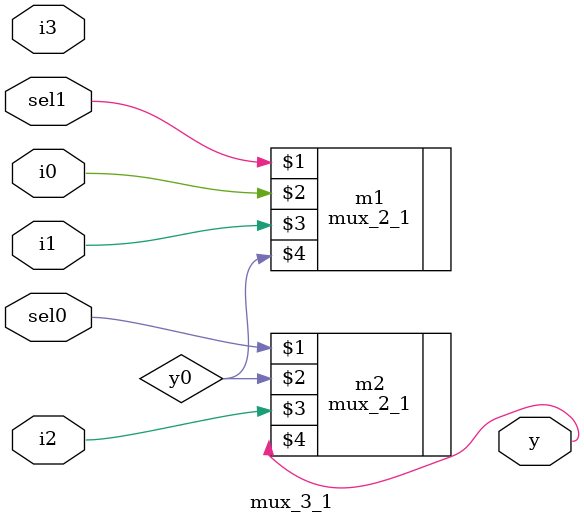
<source format=v>
module mux_3_1(
  input sel0, sel1,
  input  i0,i1,i2,i3,
  output reg y);
  
  wire y0, y1;
  
  mux_2_1 m1(sel1, i0, i1, y0);
  mux_2_1 m2(sel0, y0, i2, y);
endmodule
</source>
